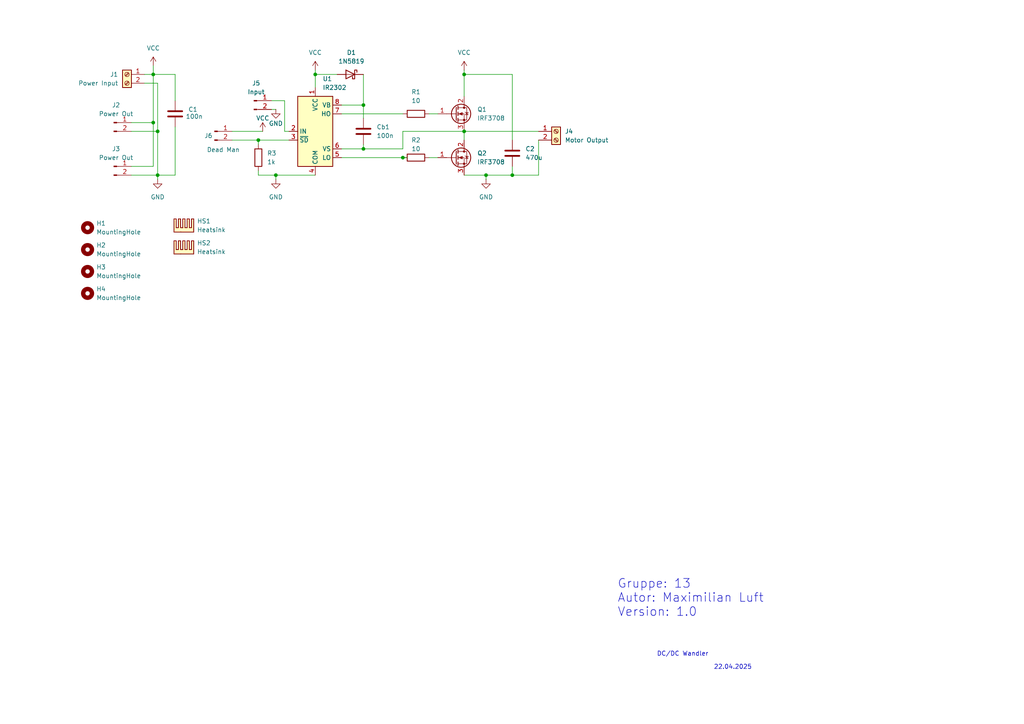
<source format=kicad_sch>
(kicad_sch (version 20250114) (generator "eeschema") (generator_version "9.0")
  (paper "A4")
  (lib_symbols
    (symbol "Connector:Conn_01x02_Pin" (pin_names (offset 1.016) (hide yes))
      (property "Reference" "J" (at 0 2.54 0))
      (property "Value" "Conn_01x02_Pin" (at 0 -5.08 0))
      (symbol "Conn_01x02_Pin_1_1"
        (rectangle (start 0.8636 0.127) (end 0 -0.127) (stroke (width 0.1524)) (fill (type outline)))
        (rectangle (start 0.8636 -2.413) (end 0 -2.667) (stroke (width 0.1524)) (fill (type outline)))
        (polyline (pts (xy 1.27 0) (xy 0.8636 0)) (stroke (width 0.1524)))
        (polyline (pts (xy 1.27 -2.54) (xy 0.8636 -2.54)) (stroke (width 0.1524)))
        (pin passive line (at 5.08 0 180) (length 3.81) (name "Pin_1") (number "1"))
        (pin passive line (at 5.08 -2.54 180) (length 3.81) (name "Pin_2") (number "2"))
      )
    )
    (symbol "Connector:Screw_Terminal_01x02" (pin_names (offset 1.016) (hide yes))
      (property "Reference" "J" (at 0 2.54 0))
      (property "Value" "Screw_Terminal_01x02" (at 0 -5.08 0))
      (symbol "Screw_Terminal_01x02_1_1"
        (rectangle (start -1.27 1.27) (end 1.27 -3.81) (stroke (width 0.254)) (fill (type background)))
        (polyline (pts (xy -0.5334 0.3302) (xy 0.3302 -0.508)) (stroke (width 0.1524)))
        (polyline (pts (xy -0.5334 -2.2098) (xy 0.3302 -3.048)) (stroke (width 0.1524)))
        (polyline (pts (xy -0.3556 0.508) (xy 0.508 -0.3302)) (stroke (width 0.1524)))
        (polyline (pts (xy -0.3556 -2.032) (xy 0.508 -2.8702)) (stroke (width 0.1524)))
        (circle (center 0 0) (radius 0.635) (stroke (width 0.1524)))
        (circle (center 0 -2.54) (radius 0.635) (stroke (width 0.1524)))
        (pin passive line (at -5.08 0 0) (length 3.81) (name "Pin_1") (number "1"))
        (pin passive line (at -5.08 -2.54 0) (length 3.81) (name "Pin_2") (number "2"))
      )
    )
    (symbol "Device:C" (pin_numbers (hide yes)) (pin_names (offset 0.254))
      (property "Reference" "C" (at 0.635 2.54 0))
      (property "Value" "C" (at 0.635 -2.54 0))
      (symbol "C_0_1"
        (polyline (pts (xy -2.032 0.762) (xy 2.032 0.762)) (stroke (width 0.508)))
        (polyline (pts (xy -2.032 -0.762) (xy 2.032 -0.762)) (stroke (width 0.508)))
      )
      (symbol "C_1_1"
        (pin passive line (at 0 3.81 270) (length 2.794) (name "~") (number "1"))
        (pin passive line (at 0 -3.81 90) (length 2.794) (name "~") (number "2"))
      )
    )
    (symbol "Device:R" (pin_numbers (hide yes)) (pin_names (offset 0))
      (property "Reference" "R" (at 2.032 0 90))
      (property "Value" "R" (at 0 0 90))
      (symbol "R_0_1"
        (rectangle (start -1.016 -2.54) (end 1.016 2.54) (stroke (width 0.254)))
      )
      (symbol "R_1_1"
        (pin passive line (at 0 3.81 270) (length 1.27) (name "~") (number "1"))
        (pin passive line (at 0 -3.81 90) (length 1.27) (name "~") (number "2"))
      )
    )
    (symbol "Diode:1N5819" (pin_numbers (hide yes)) (pin_names (offset 1.016) (hide yes))
      (property "Reference" "D" (at 0 2.54 0))
      (property "Value" "1N5819" (at 0 -2.54 0))
      (symbol "1N5819_0_1"
        (polyline (pts (xy -1.905 0.635) (xy -1.905 1.27) (xy -1.27 1.27) (xy -1.27 -1.27) (xy -0.635 -1.27) (xy -0.635 -0.635)) (stroke (width 0.254)))
        (polyline (pts (xy 1.27 1.27) (xy 1.27 -1.27) (xy -1.27 0) (xy 1.27 1.27)) (stroke (width 0.254)))
        (polyline (pts (xy 1.27 0) (xy -1.27 0)))
      )
      (symbol "1N5819_1_1"
        (pin passive line (at -3.81 0 0) (length 2.54) (name "K") (number "1"))
        (pin passive line (at 3.81 0 180) (length 2.54) (name "A") (number "2"))
      )
    )
    (symbol "Driver_FET:IR2302"
      (property "Reference" "U" (at 1.27 13.335 0))
      (property "Value" "IR2302" (at 1.27 11.43 0))
      (symbol "IR2302_0_1"
        (rectangle (start -5.08 -10.16) (end 5.08 10.16) (stroke (width 0.254)) (fill (type background)))
      )
      (symbol "IR2302_1_1"
        (pin input line (at -7.62 0 0) (length 2.54) (name "IN") (number "2"))
        (pin input line (at -7.62 -2.54 0) (length 2.54) (name "~{SD}") (number "3"))
        (pin power_in line (at 0 12.7 270) (length 2.54) (name "VCC") (number "1"))
        (pin power_in line (at 0 -12.7 90) (length 2.54) (name "COM") (number "4"))
        (pin passive line (at 7.62 7.62 180) (length 2.54) (name "VB") (number "8"))
        (pin output line (at 7.62 5.08 180) (length 2.54) (name "HO") (number "7"))
        (pin passive line (at 7.62 -5.08 180) (length 2.54) (name "VS") (number "6"))
        (pin output line (at 7.62 -7.62 180) (length 2.54) (name "LO") (number "5"))
      )
    )
    (symbol "Mechanical:Heatsink" (pin_names (offset 1.016))
      (property "Reference" "HS" (at 0 5.08 0))
      (property "Value" "Heatsink" (at 0 -1.27 0))
      (symbol "Heatsink_0_1"
        (polyline (pts (xy -0.3302 1.27) (xy -0.9652 1.27) (xy -0.9652 3.81) (xy -1.6002 3.81) (xy -1.6002 1.27) (xy -2.2352 1.27) (xy -2.2352 3.81) (xy -2.8702 3.81) (xy -2.8702 0) (xy -0.9652 0)) (stroke (width 0.254)) (fill (type background)))
        (polyline (pts (xy -0.3302 1.27) (xy -0.3302 3.81) (xy 0.3048 3.81) (xy 0.3048 1.27) (xy 0.9398 1.27) (xy 0.9398 3.81) (xy 1.5748 3.81) (xy 1.5748 1.27) (xy 2.2098 1.27) (xy 2.2098 3.81) (xy 2.8448 3.81) (xy 2.8448 0) (xy -0.9652 0)) (stroke (width 0.254)) (fill (type background)))
      )
    )
    (symbol "Mechanical:MountingHole" (pin_names (offset 1.016)) (in_bom no)
      (property "Reference" "H" (at 0 5.08 0))
      (property "Value" "MountingHole" (at 0 3.175 0))
      (symbol "MountingHole_0_1"
        (circle (center 0 0) (radius 1.27) (stroke (width 1.27)))
      )
    )
    (symbol "User:IRF3708" (pin_names (hide yes))
      (property "Reference" "Q" (at 5.08 1.905 0))
      (property "Value" "IRF3708" (at 5.08 0 0))
      (symbol "IRF3708_0_1"
        (polyline (pts (xy 0.254 1.905) (xy 0.254 -1.905)) (stroke (width 0.254)))
        (polyline (pts (xy 0.254 0) (xy -2.54 0)))
        (polyline (pts (xy 0.762 2.286) (xy 0.762 1.27)) (stroke (width 0.254)))
        (polyline (pts (xy 0.762 0.508) (xy 0.762 -0.508)) (stroke (width 0.254)))
        (polyline (pts (xy 0.762 -1.27) (xy 0.762 -2.286)) (stroke (width 0.254)))
        (polyline (pts (xy 0.762 -1.778) (xy 3.302 -1.778) (xy 3.302 1.778) (xy 0.762 1.778)))
        (polyline (pts (xy 1.016 0) (xy 2.032 0.381) (xy 2.032 -0.381) (xy 1.016 0)) (fill (type outline)))
        (circle (center 1.651 0) (radius 2.794) (stroke (width 0.254)))
        (polyline (pts (xy 2.54 2.54) (xy 2.54 1.778)))
        (circle (center 2.54 1.778) (radius 0.254) (fill (type outline)))
        (circle (center 2.54 -1.778) (radius 0.254) (fill (type outline)))
        (polyline (pts (xy 2.54 -2.54) (xy 2.54 0) (xy 0.762 0)))
        (polyline (pts (xy 2.794 0.508) (xy 2.921 0.381) (xy 3.683 0.381) (xy 3.81 0.254)))
        (polyline (pts (xy 3.302 0.381) (xy 2.921 -0.254) (xy 3.683 -0.254) (xy 3.302 0.381)))
      )
      (symbol "IRF3708_1_1"
        (pin input line (at -5.08 0 0) (length 2.54) (name "G") (number "1"))
        (pin passive line (at 2.54 5.08 270) (length 2.54) (name "D") (number "2"))
        (pin passive line (at 2.54 -5.08 90) (length 2.54) (name "S") (number "3"))
      )
    )
    (symbol "power:GND" (power) (pin_numbers (hide yes)) (pin_names (offset 0) (hide yes))
      (property "Value" "GND" (at 0 -3.81 0))
      (symbol "GND_0_1"
        (polyline (pts (xy 0 0) (xy 0 -1.27) (xy 1.27 -1.27) (xy 0 -2.54) (xy -1.27 -1.27) (xy 0 -1.27)))
      )
      (symbol "GND_1_1"
        (pin power_in line (at 0 0 270) (length 0) (name "~") (number "1"))
      )
    )
    (symbol "power:VCC" (power) (pin_numbers (hide yes)) (pin_names (offset 0) (hide yes))
      (property "Value" "VCC" (at 0 3.556 0))
      (symbol "VCC_0_1"
        (polyline (pts (xy -0.762 1.27) (xy 0 2.54)))
        (polyline (pts (xy 0 2.54) (xy 0.762 1.27)))
        (polyline (pts (xy 0 0) (xy 0 2.54)))
      )
      (symbol "VCC_1_1"
        (pin power_in line (at 0 0 90) (length 0) (name "~") (number "1"))
      )
    )
  )
  (text "22.04.2025" (at 207.01 194.31 0) (effects (font (size 1.27 1.27)) (justify left bottom)))
  (text "DC/DC Wandler" (at 190.5 190.5 0) (effects (font (size 1.27 1.27)) (justify left bottom)))
  (text "Gruppe: 13 \nAutor: Maximilian Luft \nVersion: 1.0" (at 179.07 179.07 0) (effects (font (size 2.54 2.54)) (justify left bottom)))
  (junction (at 105.41 30.48))
  (junction (at 74.93 40.64))
  (junction (at 44.45 35.56))
  (junction (at 134.62 38.1))
  (junction (at 105.41 43.18))
  (junction (at 80.01 50.8))
  (junction (at 91.44 21.59))
  (junction (at 116.84 45.72))
  (junction (at 134.62 21.59))
  (junction (at 45.72 38.1))
  (junction (at 148.59 50.8))
  (junction (at 140.97 50.8))
  (junction (at 45.72 50.8))
  (junction (at 44.45 21.59))
  (wire (pts (xy 91.44 21.59) (xy 97.79 21.59)))
  (wire (pts (xy 38.1 50.8) (xy 45.72 50.8)))
  (wire (pts (xy 105.41 34.29) (xy 105.41 30.48)))
  (wire (pts (xy 74.93 40.64) (xy 74.93 41.91)))
  (wire (pts (xy 50.8 36.83) (xy 50.8 50.8)))
  (wire (pts (xy 67.31 38.1) (xy 76.2 38.1)))
  (wire (pts (xy 134.62 20.32) (xy 134.62 21.59)))
  (wire (pts (xy 148.59 48.26) (xy 148.59 50.8)))
  (wire (pts (xy 80.01 52.07) (xy 80.01 50.8)))
  (wire (pts (xy 140.97 50.8) (xy 140.97 52.07)))
  (wire (pts (xy 80.01 50.8) (xy 91.44 50.8)))
  (wire (pts (xy 41.91 24.13) (xy 45.72 24.13)))
  (wire (pts (xy 44.45 21.59) (xy 50.8 21.59)))
  (wire (pts (xy 148.59 40.64) (xy 148.59 21.59)))
  (wire (pts (xy 45.72 24.13) (xy 45.72 38.1)))
  (wire (pts (xy 44.45 19.05) (xy 44.45 21.59)))
  (wire (pts (xy 38.1 38.1) (xy 45.72 38.1)))
  (wire (pts (xy 99.06 30.48) (xy 105.41 30.48)))
  (wire (pts (xy 134.62 21.59) (xy 134.62 27.94)))
  (wire (pts (xy 38.1 48.26) (xy 44.45 48.26)))
  (wire (pts (xy 105.41 30.48) (xy 105.41 21.59)))
  (wire (pts (xy 50.8 21.59) (xy 50.8 29.21)))
  (wire (pts (xy 156.21 50.8) (xy 156.21 40.64)))
  (wire (pts (xy 116.84 38.1) (xy 134.62 38.1)))
  (wire (pts (xy 140.97 50.8) (xy 148.59 50.8)))
  (wire (pts (xy 105.41 43.18) (xy 116.84 43.18)))
  (wire (pts (xy 67.31 40.64) (xy 74.93 40.64)))
  (wire (pts (xy 134.62 38.1) (xy 134.62 40.64)))
  (wire (pts (xy 148.59 21.59) (xy 134.62 21.59)))
  (wire (pts (xy 38.1 35.56) (xy 44.45 35.56)))
  (wire (pts (xy 80.01 31.75) (xy 78.74 31.75)))
  (wire (pts (xy 78.74 29.21) (xy 82.55 29.21)))
  (wire (pts (xy 82.55 38.1) (xy 83.82 38.1)))
  (wire (pts (xy 118.11 45.72) (xy 116.84 45.72)))
  (wire (pts (xy 74.93 50.8) (xy 80.01 50.8)))
  (wire (pts (xy 44.45 35.56) (xy 44.45 48.26)))
  (wire (pts (xy 148.59 50.8) (xy 156.21 50.8)))
  (wire (pts (xy 134.62 50.8) (xy 140.97 50.8)))
  (wire (pts (xy 105.41 41.91) (xy 105.41 43.18)))
  (wire (pts (xy 127 33.02) (xy 124.46 33.02)))
  (wire (pts (xy 41.91 21.59) (xy 44.45 21.59)))
  (wire (pts (xy 116.84 38.1) (xy 116.84 43.18)))
  (wire (pts (xy 124.46 45.72) (xy 127 45.72)))
  (wire (pts (xy 134.62 38.1) (xy 156.21 38.1)))
  (wire (pts (xy 99.06 45.72) (xy 116.84 45.72)))
  (wire (pts (xy 44.45 21.59) (xy 44.45 35.56)))
  (wire (pts (xy 91.44 21.59) (xy 91.44 25.4)))
  (wire (pts (xy 74.93 49.53) (xy 74.93 50.8)))
  (wire (pts (xy 45.72 52.07) (xy 45.72 50.8)))
  (wire (pts (xy 45.72 38.1) (xy 45.72 50.8)))
  (wire (pts (xy 91.44 20.32) (xy 91.44 21.59)))
  (wire (pts (xy 50.8 50.8) (xy 45.72 50.8)))
  (wire (pts (xy 82.55 29.21) (xy 82.55 38.1)))
  (wire (pts (xy 99.06 33.02) (xy 116.84 33.02)))
  (wire (pts (xy 99.06 43.18) (xy 105.41 43.18)))
  (wire (pts (xy 83.82 40.64) (xy 74.93 40.64)))
  (symbol (lib_id "power:VCC") (at 76.2 38.1 0) (unit 1)
    (property "Reference" "#PWR02" (effects (hide yes)))
    (property "Value" "VCC" (at 76.2 34.29 0))
    (property "Description" "Power symbol creates a global label with name \"VCC\"" (effects (hide yes)))
  )
  (symbol (lib_id "User:IRF3708") (at 132.08 45.72 0) (unit 1)
    (property "Reference" "Q2" (at 138.43 44.4499 0) (effects (justify left)))
    (property "Value" "IRF3708" (at 138.43 46.9899 0) (effects (justify left)))
    (property "Footprint" "Package_TO_SOT_THT:TO-220-3_Vertical" (effects (hide yes)))
    (property "Datasheet" "http://www.irf.com/product-info/datasheets/data/irf3205.pdf" (effects (hide yes)))
    (property "Description" "110A Id, 55V Vds, Single N-Channel HEXFET Power MOSFET, 8mOhm Ron, TO-220AB" (effects (hide yes)))
  )
  (symbol (lib_id "power:GND") (at 80.01 31.75 0) (unit 1)
    (property "Reference" "#PWR06" (effects (hide yes)))
    (property "Value" "GND" (at 80.01 35.814 0))
    (property "Description" "Power symbol creates a global label with name \"GND\" , ground" (effects (hide yes)))
  )
  (symbol (lib_id "Connector:Screw_Terminal_01x02") (at 161.29 38.1 0) (unit 1)
    (property "Reference" "J4" (at 163.83 38.0999 0) (effects (justify left)))
    (property "Value" "Motor Output" (at 163.83 40.6399 0) (effects (justify left)))
    (property "Footprint" "Connector_Phoenix_MSTB:PhoenixContact_MSTBVA_2,5_2-G_1x02_P5.00mm_Vertical" (effects (hide yes)))
    (property "Description" "Generic screw terminal, single row, 01x02, script generated (kicad-library-utils/schlib/autogen/connector/)" (effects (hide yes)))
    (property "RS" "144-4347" (effects (hide yes)))
  )
  (symbol (lib_id "power:VCC") (at 91.44 20.32 0) (unit 1)
    (property "Reference" "#PWR08" (effects (hide yes)))
    (property "Value" "VCC" (at 91.44 15.24 0))
    (property "Description" "Power symbol creates a global label with name \"VCC\"" (effects (hide yes)))
  )
  (symbol (lib_id "Connector:Screw_Terminal_01x02") (at 36.83 21.59 0) (mirror y) (unit 1)
    (property "Reference" "J1" (at 34.29 21.5899 0) (effects (justify left)))
    (property "Value" "Power Input" (at 34.29 24.1299 0) (effects (justify left)))
    (property "Footprint" "Connector_Phoenix_MSTB:PhoenixContact_MSTBVA_2,5_2-G_1x02_P5.00mm_Vertical" (effects (hide yes)))
    (property "Description" "Generic screw terminal, single row, 01x02, script generated (kicad-library-utils/schlib/autogen/connector/)" (effects (hide yes)))
    (property "RS" "144-4347" (effects (hide yes)))
  )
  (symbol (lib_id "Mechanical:MountingHole") (at 25.4 66.04 0) (unit 1) (in_bom no)
    (property "Reference" "H1" (at 27.94 64.7699 0) (effects (justify left)))
    (property "Value" "MountingHole" (at 27.94 67.3099 0) (effects (justify left)))
    (property "Footprint" "MountingHole:MountingHole_2.2mm_M2_DIN965" (effects (hide yes)))
    (property "Description" "Mounting Hole without connection" (effects (hide yes)))
  )
  (symbol (lib_id "Device:R") (at 120.65 45.72 270) (unit 1)
    (property "Reference" "R2" (at 120.65 40.64 90))
    (property "Value" "10" (at 120.65 43.18 90))
    (property "Footprint" "Resistor_THT:R_Axial_DIN0207_L6.3mm_D2.5mm_P7.62mm_Horizontal" (effects (hide yes)))
    (property "Description" "Resistor" (effects (hide yes)))
    (property "RS" "707-7509" (effects (hide yes)))
  )
  (symbol (lib_id "Connector:Conn_01x02_Pin") (at 33.02 48.26 0) (unit 1)
    (property "Reference" "J3" (at 33.655 43.18 0))
    (property "Value" "Power Out" (at 33.655 45.72 0))
    (property "Footprint" "Connector_PinHeader_2.54mm:PinHeader_1x02_P2.54mm_Vertical" (effects (hide yes)))
    (property "Description" "Generic connector, single row, 01x02, script generated" (effects (hide yes)))
    (property "RS" "156-049" (effects (hide yes)))
  )
  (symbol (lib_id "Mechanical:Heatsink") (at 53.34 73.66 0) (unit 1)
    (property "Reference" "HS2" (at 57.15 70.4849 0) (effects (justify left)))
    (property "Value" "Heatsink" (at 57.15 73.0249 0) (effects (justify left)))
    (property "Footprint" "Heatsink:Heatsink_Fischer_FK224xx2201_25x8.3mm" (effects (hide yes)))
    (property "Datasheet" "https://www.fischerelektronik.de/web_fischer/en_GB/$catalogue/fischerData/PR/FK224_220_1_/datasheet.xhtml?branch=heatsinks" (effects (hide yes)))
    (property "Description" "Heatsink" (effects (hide yes)))
  )
  (symbol (lib_id "power:GND") (at 45.72 52.07 0) (unit 1)
    (property "Reference" "#PWR04" (effects (hide yes)))
    (property "Value" "GND" (at 45.72 57.15 0))
    (property "Description" "Power symbol creates a global label with name \"GND\" , ground" (effects (hide yes)))
  )
  (symbol (lib_id "power:GND") (at 140.97 52.07 0) (unit 1)
    (property "Reference" "#PWR05" (effects (hide yes)))
    (property "Value" "GND" (at 140.97 57.15 0))
    (property "Description" "Power symbol creates a global label with name \"GND\" , ground" (effects (hide yes)))
  )
  (symbol (lib_id "Mechanical:Heatsink") (at 53.34 67.31 0) (unit 1)
    (property "Reference" "HS1" (at 57.15 64.1349 0) (effects (justify left)))
    (property "Value" "Heatsink" (at 57.15 66.6749 0) (effects (justify left)))
    (property "Footprint" "Heatsink:Heatsink_Fischer_FK224xx2201_25x8.3mm" (effects (hide yes)))
    (property "Datasheet" "https://www.fischerelektronik.de/web_fischer/en_GB/$catalogue/fischerData/PR/FK224_220_1_/datasheet.xhtml?branch=heatsinks" (effects (hide yes)))
    (property "Description" "Heatsink" (effects (hide yes)))
  )
  (symbol (lib_id "Mechanical:MountingHole") (at 25.4 78.74 0) (unit 1) (in_bom no)
    (property "Reference" "H3" (at 27.94 77.4699 0) (effects (justify left)))
    (property "Value" "MountingHole" (at 27.94 80.0099 0) (effects (justify left)))
    (property "Footprint" "MountingHole:MountingHole_2.2mm_M2_DIN965" (effects (hide yes)))
    (property "Description" "Mounting Hole without connection" (effects (hide yes)))
  )
  (symbol (lib_id "Connector:Conn_01x02_Pin") (at 62.23 38.1 0) (unit 1)
    (property "Reference" "J6" (at 60.452 39.37 0))
    (property "Value" "Dead Man" (at 64.77 43.434 0))
    (property "Footprint" "Connector_PinHeader_2.54mm:PinHeader_1x02_P2.54mm_Vertical" (effects (hide yes)))
    (property "Description" "Generic connector, single row, 01x02, script generated" (effects (hide yes)))
    (property "RS" "156-049" (effects (hide yes)))
  )
  (symbol (lib_id "User:IRF3708") (at 132.08 33.02 0) (unit 1)
    (property "Reference" "Q1" (at 138.43 31.7499 0) (effects (justify left)))
    (property "Value" "IRF3708" (at 138.43 34.2899 0) (effects (justify left)))
    (property "Footprint" "Package_TO_SOT_THT:TO-220-3_Vertical" (effects (hide yes)))
    (property "Datasheet" "http://www.irf.com/product-info/datasheets/data/irf3205.pdf" (effects (hide yes)))
    (property "Description" "110A Id, 55V Vds, Single N-Channel HEXFET Power MOSFET, 8mOhm Ron, TO-220AB" (effects (hide yes)))
  )
  (symbol (lib_id "Mechanical:MountingHole") (at 25.4 72.39 0) (unit 1) (in_bom no)
    (property "Reference" "H2" (at 27.94 71.1199 0) (effects (justify left)))
    (property "Value" "MountingHole" (at 27.94 73.6599 0) (effects (justify left)))
    (property "Footprint" "MountingHole:MountingHole_2.2mm_M2_DIN965" (effects (hide yes)))
    (property "Description" "Mounting Hole without connection" (effects (hide yes)))
  )
  (symbol (lib_id "Driver_FET:IR2302") (at 91.44 38.1 0) (unit 1)
    (property "Reference" "U1" (at 93.5833 22.86 0) (effects (justify left)))
    (property "Value" "IR2302" (at 93.5833 25.4 0) (effects (justify left)))
    (property "Footprint" "Package_SO:SOIC-8_3.9x4.9mm_P1.27mm" (effects (hide yes)))
    (property "Datasheet" "https://www.infineon.com/dgdl/ir2302.pdf?fileId=5546d462533600a4015355c988b216de" (effects (hide yes)))
    (property "Description" "Half-Bridge Driver, 600V, 200/350mA, PDIP-8/SOIC-8" (effects (hide yes)))
  )
  (symbol (lib_id "power:GND") (at 80.01 52.07 0) (unit 1)
    (property "Reference" "#PWR01" (effects (hide yes)))
    (property "Value" "GND" (at 80.01 57.15 0))
    (property "Description" "Power symbol creates a global label with name \"GND\" , ground" (effects (hide yes)))
  )
  (symbol (lib_id "Diode:1N5819") (at 101.6 21.59 0) (mirror y) (unit 1)
    (property "Reference" "D1" (at 101.9175 15.24 0))
    (property "Value" "1N5819" (at 101.9175 17.78 0))
    (property "Footprint" "Diode_THT:D_DO-41_SOD81_P7.62mm_Horizontal" (effects (hide yes)))
    (property "Datasheet" "http://www.vishay.com/docs/88525/1n5817.pdf" (effects (hide yes)))
    (property "Description" "40V 1A Schottky Barrier Rectifier Diode, DO-41" (effects (hide yes)))
    (property "RS" "652-7337" (effects (hide yes)))
  )
  (symbol (lib_id "Device:C") (at 105.41 38.1 0) (unit 1)
    (property "Reference" "Cb1" (at 109.22 36.8299 0) (effects (justify left)))
    (property "Value" "100n" (at 109.22 39.3699 0) (effects (justify left)))
    (property "Footprint" "Capacitor_THT:C_Disc_D5.0mm_W2.5mm_P5.00mm" (effects (hide yes)))
    (property "Description" "Unpolarized capacitor" (effects (hide yes)))
    (property "RS" "133-5719" (effects (hide yes)))
    (property "Dimensionierung" "Cb >= 10 * Cg = Qg/Vq1g = 36,36n" (effects (hide yes)))
  )
  (symbol (lib_id "Mechanical:MountingHole") (at 25.4 85.09 0) (unit 1) (in_bom no)
    (property "Reference" "H4" (at 27.94 83.8199 0) (effects (justify left)))
    (property "Value" "MountingHole" (at 27.94 86.3599 0) (effects (justify left)))
    (property "Footprint" "MountingHole:MountingHole_2.2mm_M2_DIN965" (effects (hide yes)))
    (property "Description" "Mounting Hole without connection" (effects (hide yes)))
  )
  (symbol (lib_id "Device:C") (at 148.59 44.45 0) (unit 1)
    (property "Reference" "C2" (at 152.4 43.1799 0) (effects (justify left)))
    (property "Value" "470u" (at 152.4 45.7199 0) (effects (justify left)))
    (property "Footprint" "Capacitor_THT:CP_Radial_D10.0mm_P3.80mm" (effects (hide yes)))
    (property "Description" "Unpolarized capacitor" (effects (hide yes)))
    (property "RS" "315-0467" (effects (hide yes)))
  )
  (symbol (lib_id "Device:C") (at 50.8 33.02 0) (unit 1)
    (property "Reference" "C1" (at 54.61 31.7499 0) (effects (justify left)))
    (property "Value" "100n" (at 53.848 33.782 0) (effects (justify left)))
    (property "Footprint" "Capacitor_THT:C_Disc_D5.0mm_W2.5mm_P5.00mm" (effects (hide yes)))
    (property "Description" "Unpolarized capacitor" (effects (hide yes)))
    (property "RS" "133-5719" (effects (hide yes)))
  )
  (symbol (lib_id "Device:R") (at 74.93 45.72 0) (unit 1)
    (property "Reference" "R3" (at 77.47 44.4499 0) (effects (justify left)))
    (property "Value" "1k" (at 77.47 46.9899 0) (effects (justify left)))
    (property "Footprint" "Resistor_THT:R_Axial_DIN0204_L3.6mm_D1.6mm_P5.08mm_Horizontal" (effects (hide yes)))
    (property "Description" "Resistor" (effects (hide yes)))
    (property "RS" "125-1150" (effects (hide yes)))
  )
  (symbol (lib_id "power:VCC") (at 44.45 19.05 0) (unit 1)
    (property "Reference" "#PWR07" (effects (hide yes)))
    (property "Value" "VCC" (at 44.45 13.97 0))
    (property "Description" "Power symbol creates a global label with name \"VCC\"" (effects (hide yes)))
  )
  (symbol (lib_id "Device:R") (at 120.65 33.02 270) (unit 1)
    (property "Reference" "R1" (at 120.65 26.67 90))
    (property "Value" "10" (at 120.65 29.21 90))
    (property "Footprint" "Resistor_THT:R_Axial_DIN0207_L6.3mm_D2.5mm_P7.62mm_Horizontal" (effects (hide yes)))
    (property "Description" "Resistor" (effects (hide yes)))
    (property "RS" "707-7509" (effects (hide yes)))
  )
  (symbol (lib_id "Connector:Conn_01x02_Pin") (at 73.66 29.21 0) (unit 1)
    (property "Reference" "J5" (at 74.295 24.13 0))
    (property "Value" "Input" (at 74.295 26.67 0))
    (property "Footprint" "Connector_PinHeader_2.54mm:PinHeader_1x02_P2.54mm_Vertical" (effects (hide yes)))
    (property "Description" "Generic connector, single row, 01x02, script generated" (effects (hide yes)))
    (property "RS" "156-049" (effects (hide yes)))
  )
  (symbol (lib_id "power:VCC") (at 134.62 20.32 0) (unit 1)
    (property "Reference" "#PWR03" (effects (hide yes)))
    (property "Value" "VCC" (at 134.62 15.24 0))
    (property "Description" "Power symbol creates a global label with name \"VCC\"" (effects (hide yes)))
  )
  (symbol (lib_id "Connector:Conn_01x02_Pin") (at 33.02 35.56 0) (unit 1)
    (property "Reference" "J2" (at 33.655 30.48 0))
    (property "Value" "Power Out" (at 33.655 33.02 0))
    (property "Footprint" "Connector_PinHeader_2.54mm:PinHeader_1x02_P2.54mm_Vertical" (effects (hide yes)))
    (property "Description" "Generic connector, single row, 01x02, script generated" (effects (hide yes)))
    (property "RS" "156-049" (effects (hide yes)))
  )
)
</source>
